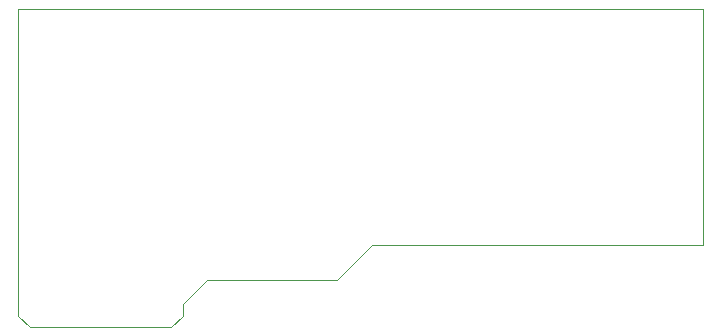
<source format=gbr>
G04 #@! TF.FileFunction,Profile,NP*
%FSLAX46Y46*%
G04 Gerber Fmt 4.6, Leading zero omitted, Abs format (unit mm)*
G04 Created by KiCad (PCBNEW 4.0.4-stable) date Monday, 13 March 2017 'PMt' 15:44:01*
%MOMM*%
%LPD*%
G01*
G04 APERTURE LIST*
%ADD10C,0.100000*%
G04 APERTURE END LIST*
D10*
X13060000Y-20000D02*
X1060000Y-20000D01*
X14060000Y980000D02*
X14060000Y1980000D01*
X13060000Y-20000D02*
X14060000Y980000D01*
X58060000Y26980000D02*
X58060000Y26480000D01*
X60000Y26980000D02*
X58060000Y26980000D01*
X60000Y980000D02*
X60000Y26980000D01*
X1060000Y-20000D02*
X60000Y980000D01*
X16060000Y3980000D02*
X14060000Y1980000D01*
X27060000Y3980000D02*
X16060000Y3980000D01*
X30060000Y6980000D02*
X27060000Y3980000D01*
X58060000Y6980000D02*
X30060000Y6980000D01*
X58060000Y26980000D02*
X58060000Y6980000D01*
M02*

</source>
